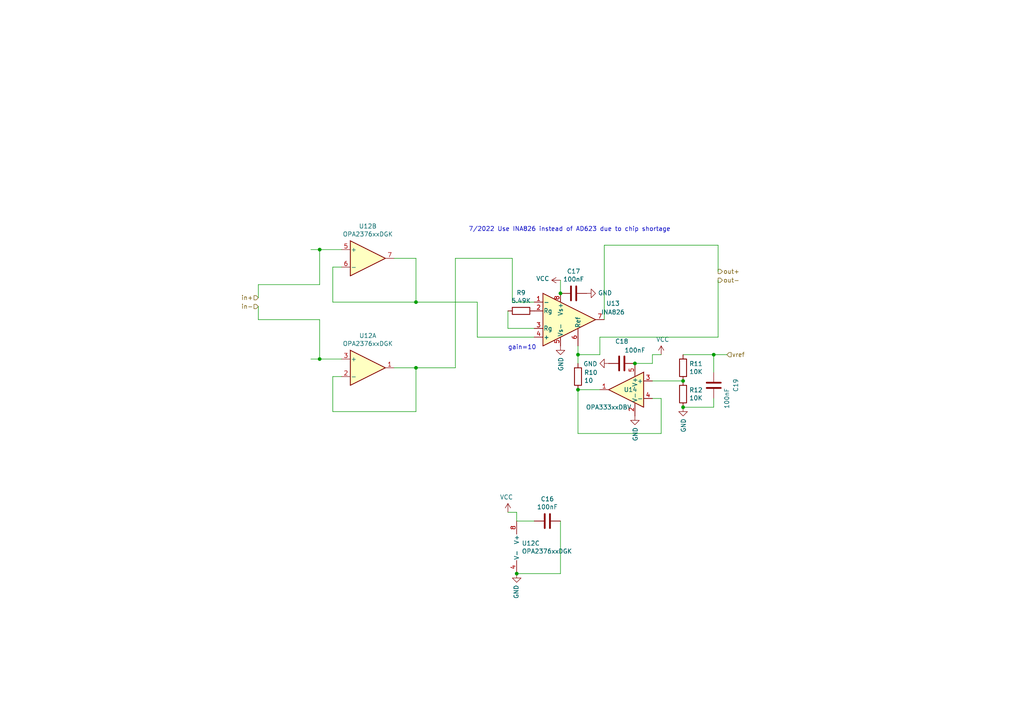
<source format=kicad_sch>
(kicad_sch (version 20211123) (generator eeschema)
  (paper "A4")
  (lib_symbols
    (symbol "0JLC-6:10" (pin_numbers hide) (pin_names (offset 0))
      (property "Reference" "R" (at 2.032 0 90))
      (property "Value" "10" (at 0 0 90))
      (symbol "10_0_1"
        (rectangle (start -1.016 -2.54) (end 1.016 2.54) (stroke (width 0.254)))
      )
      (symbol "10_1_1"
        (pin passive line (at 0 3.81 270) (length 1.27) (name "~") (number "1"))
        (pin passive line (at 0 -3.81 90) (length 1.27) (name "~") (number "2"))
      )
    )
    (symbol "0JLC-6:100" (pin_numbers hide) (pin_names (offset 0))
      (property "Reference" "R" (at 2.032 0 90))
      (property "Value" "100" (at 0 0 90))
      (symbol "100_0_1"
        (rectangle (start -1.016 -2.54) (end 1.016 2.54) (stroke (width 0.254)))
      )
      (symbol "100_1_1"
        (pin passive line (at 0 3.81 270) (length 1.27) (name "~") (number "1"))
        (pin passive line (at 0 -3.81 90) (length 1.27) (name "~") (number "2"))
      )
    )
    (symbol "0JLC-6:100nF" (pin_numbers hide) (pin_names (offset 0.254))
      (property "Reference" "C" (at 0.635 2.54 0))
      (property "Value" "100nF" (at 0.635 -2.54 0))
      (symbol "100nF_0_1"
        (polyline (pts (xy -2.032 -0.762) (xy 2.032 -0.762)) (stroke (width 0.508)))
        (polyline (pts (xy -2.032 0.762) (xy 2.032 0.762)) (stroke (width 0.508)))
      )
      (symbol "100nF_1_1"
        (pin passive line (at 0 3.81 270) (length 2.794) (name "~") (number "1"))
        (pin passive line (at 0 -3.81 90) (length 2.794) (name "~") (number "2"))
      )
    )
    (symbol "0JLC-6:10K" (pin_numbers hide) (pin_names (offset 0))
      (property "Reference" "R" (at 2.032 0 90))
      (property "Value" "10K" (at 0 0 90))
      (symbol "10K_0_1"
        (rectangle (start -1.016 -2.54) (end 1.016 2.54) (stroke (width 0.254)))
      )
      (symbol "10K_1_1"
        (pin passive line (at 0 3.81 270) (length 1.27) (name "~") (number "1"))
        (pin passive line (at 0 -3.81 90) (length 1.27) (name "~") (number "2"))
      )
    )
    (symbol "0lbl_amp:INA826" (pin_names (offset 0.127))
      (property "Reference" "U" (at 3.81 7.62 0))
      (property "Value" "INA826" (at 3.81 5.08 0))
      (symbol "INA826_0_1"
        (polyline (pts (xy -7.62 7.62) (xy -7.62 -7.62) (xy 7.62 0) (xy -7.62 7.62)) (stroke (width 0.254)) (fill (type background)))
      )
      (symbol "INA826_1_1"
        (pin input line (at -10.16 5.08 0) (length 2.54) (name "-") (number "1"))
        (pin passive line (at -10.16 2.54 0) (length 2.54) (name "Rg") (number "2"))
        (pin passive line (at -10.16 -2.54 0) (length 2.54) (name "Rg") (number "3"))
        (pin input line (at -10.16 -5.08 0) (length 2.54) (name "+") (number "4"))
        (pin power_in line (at -2.54 -7.62 90) (length 2.54) (name "Vs-") (number "5"))
        (pin passive line (at 2.54 -7.62 90) (length 5.08) (name "Ref") (number "6"))
        (pin output line (at 10.16 0 180) (length 2.54) (name "~") (number "7"))
        (pin power_in line (at -2.54 7.62 270) (length 2.54) (name "Vs+") (number "8"))
      )
    )
    (symbol "Amplifier_Operational:OPA2376xxDGK" (pin_names (offset 0.127))
      (property "Reference" "U" (at 0 5.08 0))
      (property "Value" "OPA2376xxDGK" (at 0 -5.08 0))
      (symbol "OPA2376xxDGK_1_1"
        (polyline (pts (xy -5.08 5.08) (xy 5.08 0) (xy -5.08 -5.08) (xy -5.08 5.08)) (stroke (width 0.254)) (fill (type background)))
        (pin output line (at 7.62 0 180) (length 2.54) (name "~") (number "1"))
        (pin input line (at -7.62 -2.54 0) (length 2.54) (name "-") (number "2"))
        (pin input line (at -7.62 2.54 0) (length 2.54) (name "+") (number "3"))
      )
      (symbol "OPA2376xxDGK_2_1"
        (polyline (pts (xy -5.08 5.08) (xy 5.08 0) (xy -5.08 -5.08) (xy -5.08 5.08)) (stroke (width 0.254)) (fill (type background)))
        (pin input line (at -7.62 2.54 0) (length 2.54) (name "+") (number "5"))
        (pin input line (at -7.62 -2.54 0) (length 2.54) (name "-") (number "6"))
        (pin output line (at 7.62 0 180) (length 2.54) (name "~") (number "7"))
      )
      (symbol "OPA2376xxDGK_3_1"
        (pin power_in line (at -2.54 -7.62 90) (length 3.81) (name "V-") (number "4"))
        (pin power_in line (at -2.54 7.62 270) (length 3.81) (name "V+") (number "8"))
      )
    )
    (symbol "Amplifier_Operational:OPA333xxDBV" (pin_names (offset 0.127))
      (property "Reference" "U" (at -1.27 6.35 0))
      (property "Value" "OPA333xxDBV" (at -1.27 3.81 0))
      (symbol "OPA333xxDBV_0_1"
        (polyline (pts (xy -5.08 5.08) (xy 5.08 0) (xy -5.08 -5.08) (xy -5.08 5.08)) (stroke (width 0.254)) (fill (type background)))
        (pin power_in line (at -2.54 -7.62 90) (length 3.81) (name "V-") (number "2"))
        (pin power_in line (at -2.54 7.62 270) (length 3.81) (name "V+") (number "5"))
      )
      (symbol "OPA333xxDBV_1_1"
        (pin output line (at 7.62 0 180) (length 2.54) (name "~") (number "1"))
        (pin input line (at -7.62 2.54 0) (length 2.54) (name "+") (number "3"))
        (pin input line (at -7.62 -2.54 0) (length 2.54) (name "-") (number "4"))
      )
    )
    (symbol "power:GND" (power) (pin_names (offset 0))
      (property "Value" "GND" (at 0 -3.81 0))
      (symbol "GND_0_1"
        (polyline (pts (xy 0 0) (xy 0 -1.27) (xy 1.27 -1.27) (xy 0 -2.54) (xy -1.27 -1.27) (xy 0 -1.27)))
      )
      (symbol "GND_1_1"
        (pin power_in line (at 0 0 270) (length 0) hide (name "GND") (number "1"))
      )
    )
    (symbol "power:VCC" (power) (pin_names (offset 0))
      (property "Value" "VCC" (at 0 3.81 0))
      (symbol "VCC_0_1"
        (polyline (pts (xy -0.762 1.27) (xy 0 2.54)))
        (polyline (pts (xy 0 0) (xy 0 2.54)))
        (polyline (pts (xy 0 2.54) (xy 0.762 1.27)))
      )
      (symbol "VCC_1_1"
        (pin power_in line (at 0 0 90) (length 0) hide (name "VCC") (number "1"))
      )
    )
  )
  (junction (at 198.12 110.49))
  (junction (at 207.01 102.87))
  (junction (at 167.64 102.87))
  (junction (at 198.12 118.11))
  (junction (at 162.56 85.09))
  (junction (at 167.64 113.03))
  (junction (at 149.86 166.37))
  (junction (at 184.15 105.41))
  (junction (at 92.71 104.14))
  (junction (at 92.71 72.39))
  (junction (at 120.65 106.68))
  (junction (at 120.65 87.63))
  (wire (pts (xy 74.93 82.55) (xy 92.71 82.55)))
  (wire (pts (xy 138.43 87.63) (xy 138.43 97.79)))
  (wire (pts (xy 189.23 110.49) (xy 198.12 110.49)))
  (wire (pts (xy 120.65 74.93) (xy 114.3 74.93)))
  (wire (pts (xy 92.71 92.71) (xy 92.71 104.14)))
  (wire (pts (xy 120.65 74.93) (xy 120.65 87.63)))
  (wire (pts (xy 173.99 97.79) (xy 208.28 97.79)))
  (wire (pts (xy 175.26 71.12) (xy 208.28 71.12)))
  (wire (pts (xy 184.15 105.41) (xy 189.23 105.41)))
  (wire (pts (xy 96.52 77.47) (xy 99.06 77.47)))
  (wire (pts (xy 92.71 92.71) (xy 74.93 92.71)))
  (wire (pts (xy 120.65 106.68) (xy 132.08 106.68)))
  (wire (pts (xy 96.52 109.22) (xy 99.06 109.22)))
  (wire (pts (xy 99.06 72.39) (xy 92.71 72.39)))
  (wire (pts (xy 120.65 119.38) (xy 96.52 119.38)))
  (wire (pts (xy 167.64 105.41) (xy 167.64 102.87)))
  (wire (pts (xy 162.56 151.13) (xy 162.56 166.37)))
  (wire (pts (xy 96.52 87.63) (xy 96.52 77.47)))
  (wire (pts (xy 191.77 115.57) (xy 189.23 115.57)))
  (wire (pts (xy 162.56 85.09) (xy 162.56 81.28)))
  (wire (pts (xy 207.01 118.11) (xy 198.12 118.11)))
  (wire (pts (xy 207.01 102.87) (xy 210.82 102.87)))
  (wire (pts (xy 148.59 74.93) (xy 148.59 87.63)))
  (wire (pts (xy 132.08 74.93) (xy 148.59 74.93)))
  (wire (pts (xy 162.56 166.37) (xy 149.86 166.37)))
  (wire (pts (xy 120.65 87.63) (xy 138.43 87.63)))
  (wire (pts (xy 208.28 71.12) (xy 208.28 78.74)))
  (wire (pts (xy 207.01 102.87) (xy 207.01 107.95)))
  (wire (pts (xy 154.94 151.13) (xy 149.86 151.13)))
  (wire (pts (xy 132.08 106.68) (xy 132.08 74.93)))
  (wire (pts (xy 148.59 87.63) (xy 154.94 87.63)))
  (wire (pts (xy 167.64 102.87) (xy 167.64 100.33)))
  (wire (pts (xy 207.01 115.57) (xy 207.01 118.11)))
  (wire (pts (xy 175.26 92.71) (xy 175.26 71.12)))
  (wire (pts (xy 120.65 106.68) (xy 114.3 106.68)))
  (wire (pts (xy 189.23 105.41) (xy 189.23 102.87)))
  (wire (pts (xy 92.71 82.55) (xy 92.71 72.39)))
  (wire (pts (xy 167.64 125.73) (xy 191.77 125.73)))
  (wire (pts (xy 92.71 104.14) (xy 90.17 104.14)))
  (wire (pts (xy 173.99 102.87) (xy 167.64 102.87)))
  (wire (pts (xy 92.71 72.39) (xy 90.17 72.39)))
  (wire (pts (xy 154.94 97.79) (xy 138.43 97.79)))
  (wire (pts (xy 74.93 82.55) (xy 74.93 86.36)))
  (wire (pts (xy 147.32 90.17) (xy 147.32 95.25)))
  (wire (pts (xy 120.65 106.68) (xy 120.65 119.38)))
  (wire (pts (xy 74.93 88.9) (xy 74.93 92.71)))
  (wire (pts (xy 96.52 119.38) (xy 96.52 109.22)))
  (wire (pts (xy 167.64 113.03) (xy 167.64 125.73)))
  (wire (pts (xy 120.65 87.63) (xy 96.52 87.63)))
  (wire (pts (xy 173.99 97.79) (xy 173.99 102.87)))
  (wire (pts (xy 198.12 102.87) (xy 207.01 102.87)))
  (wire (pts (xy 208.28 81.28) (xy 208.28 97.79)))
  (wire (pts (xy 191.77 125.73) (xy 191.77 115.57)))
  (wire (pts (xy 149.86 151.13) (xy 149.86 148.59)))
  (wire (pts (xy 147.32 95.25) (xy 154.94 95.25)))
  (wire (pts (xy 99.06 104.14) (xy 92.71 104.14)))
  (wire (pts (xy 189.23 102.87) (xy 191.77 102.87)))
  (wire (pts (xy 149.86 148.59) (xy 147.32 148.59)))
  (wire (pts (xy 167.64 113.03) (xy 173.99 113.03)))
  (text "7/2022 Use INA826 instead of AD623 due to chip shortage" (at 135.89 67.31 0) (effects (font (size 1.27 1.27)) (justify left bottom)))
  (text "gain=10" (at 147.32 101.6 0) (effects (font (size 1.27 1.27)) (justify left bottom)))
  (hierarchical_label "in-" (shape input) (at 74.93 88.9 180))
  (hierarchical_label "out+" (shape output) (at 208.28 78.74 0))
  (hierarchical_label "in+" (shape input) (at 74.93 86.36 180))
  (hierarchical_label "out-" (shape output) (at 208.28 81.28 0))
  (hierarchical_label "vref" (shape input) (at 210.82 102.87 0))
  (symbol (lib_id "0JLC-6:100nF") (at 158.75 151.13 90) (mirror x) (unit 1)
    (property "Reference" "C16" (at 158.75 144.7292 90))
    (property "Value" "100nF" (at 158.75 147.0406 90))
    (property "Footprint" "Capacitor_SMD:C_0603_1608Metric_Pad1.08x0.95mm_HandSolder" (effects hide))
    (property "LCSC" "C14663" (effects hide))
    (property "MPN" "CC0603KRX7R9BB104" (effects hide))
  )
  (symbol (lib_id "power:GND") (at 149.86 166.37 0) (mirror y) (unit 1)
    (property "Reference" "#PWR041" (effects hide))
    (property "Value" "GND" (at 149.733 169.6212 90) (effects (justify right)))
  )
  (symbol (lib_id "power:VCC") (at 147.32 148.59 0) (mirror y) (unit 1)
    (property "Reference" "#PWR040" (effects hide))
    (property "Value" "VCC" (at 146.8882 144.1958 0))
  )
  (symbol (lib_id "0JLC-6:10") (at 167.64 109.22 180) (unit 1)
    (property "Reference" "R10" (at 169.418 108.0516 0) (effects (justify right)))
    (property "Value" "10" (at 169.418 110.363 0) (effects (justify right)))
    (property "Footprint" "Resistor_SMD:R_0603_1608Metric_Pad1.05x0.95mm_HandSolder" (effects hide))
    (property "LCSC" "C22859" (effects hide))
    (property "MPN" "0603WAF100JT5E" (effects hide))
  )
  (symbol (lib_id "power:GND") (at 184.15 120.65 0) (unit 1)
    (property "Reference" "#PWR046" (effects hide))
    (property "Value" "GND" (at 184.277 123.9012 90) (effects (justify right)))
  )
  (symbol (lib_id "power:GND") (at 162.56 100.33 0) (unit 1)
    (property "Reference" "#PWR043" (effects hide))
    (property "Value" "GND" (at 162.687 103.5812 90) (effects (justify right)))
  )
  (symbol (lib_id "0JLC-6:100nF") (at 180.34 105.41 270) (unit 1)
    (property "Reference" "C18" (at 180.34 99.0092 90))
    (property "Value" "100nF" (at 184.15 101.6 90))
    (property "Footprint" "Capacitor_SMD:C_0603_1608Metric_Pad1.08x0.95mm_HandSolder" (effects hide))
    (property "LCSC" "C14663" (effects hide))
    (property "MPN" "CC0603KRX7R9BB104" (effects hide))
  )
  (symbol (lib_id "power:GND") (at 176.53 105.41 270) (unit 1)
    (property "Reference" "#PWR045" (effects hide))
    (property "Value" "GND" (at 173.2788 105.537 90) (effects (justify right)))
  )
  (symbol (lib_id "power:GND") (at 170.18 85.09 90) (unit 1)
    (property "Reference" "#PWR044" (effects hide))
    (property "Value" "GND" (at 173.4312 84.963 90) (effects (justify right)))
  )
  (symbol (lib_id "0JLC-6:100nF") (at 166.37 85.09 270) (unit 1)
    (property "Reference" "C17" (at 166.37 78.6892 90))
    (property "Value" "100nF" (at 166.37 81.0006 90))
    (property "Footprint" "Capacitor_SMD:C_0603_1608Metric_Pad1.08x0.95mm_HandSolder" (effects hide))
    (property "LCSC" "C14663" (effects hide))
    (property "MPN" "CC0603KRX7R9BB104" (effects hide))
  )
  (symbol (lib_id "power:VCC") (at 162.56 81.28 90) (unit 1)
    (property "Reference" "#PWR042" (effects hide))
    (property "Value" "VCC" (at 159.3342 80.8228 90) (effects (justify left)))
  )
  (symbol (lib_id "power:VCC") (at 191.77 102.87 0) (unit 1)
    (property "Reference" "#PWR047" (effects hide))
    (property "Value" "VCC" (at 192.2018 98.4758 0))
  )
  (symbol (lib_id "0JLC-6:10K") (at 198.12 106.68 0) (unit 1)
    (property "Reference" "R11" (at 199.898 105.5116 0) (effects (justify left)))
    (property "Value" "10K" (at 199.898 107.823 0) (effects (justify left)))
    (property "Footprint" "Resistor_SMD:R_0603_1608Metric_Pad1.05x0.95mm_HandSolder" (effects hide))
    (property "LCSC" "C25804" (effects hide))
    (property "MPN" "0603WAF1002T5E" (effects hide))
  )
  (symbol (lib_id "0JLC-6:10K") (at 198.12 114.3 0) (unit 1)
    (property "Reference" "R12" (at 199.898 113.1316 0) (effects (justify left)))
    (property "Value" "10K" (at 199.898 115.443 0) (effects (justify left)))
    (property "Footprint" "Resistor_SMD:R_0603_1608Metric_Pad1.05x0.95mm_HandSolder" (effects hide))
    (property "LCSC" "C25804" (effects hide))
    (property "MPN" "0603WAF1002T5E" (effects hide))
  )
  (symbol (lib_id "power:GND") (at 198.12 118.11 0) (unit 1)
    (property "Reference" "#PWR048" (effects hide))
    (property "Value" "GND" (at 198.247 121.3612 90) (effects (justify right)))
  )
  (symbol (lib_id "0JLC-6:100") (at 151.13 90.17 270) (unit 1)
    (property "Reference" "R9" (at 151.13 84.9122 90))
    (property "Value" "5.49K" (at 151.13 87.2236 90))
    (property "Footprint" "Resistor_SMD:R_0603_1608Metric_Pad1.05x0.95mm_HandSolder" (effects hide))
    (property "LCSC" "C23069" (effects hide))
    (property "MPN" "0603WAF5491T5E" (effects hide))
  )
  (symbol (lib_id "Amplifier_Operational:OPA2376xxDGK") (at 106.68 106.68 0) (unit 1)
    (property "Reference" "U12" (at 106.68 97.3582 0))
    (property "Value" "OPA2376xxDGK" (at 106.68 99.6696 0))
    (property "Footprint" "Package_SO:SOIC-8_3.9x4.9mm_P1.27mm" (effects hide))
    (property "Datasheet" "http://www.ti.com/lit/ds/symlink/opa333.pdf" (effects hide))
    (property "LCSC" "C46316" (effects hide))
    (property "MPN" "OPA2376AIDR" (effects hide))
  )
  (symbol (lib_id "Amplifier_Operational:OPA2376xxDGK") (at 106.68 74.93 0) (unit 2)
    (property "Reference" "U12" (at 106.68 65.6082 0))
    (property "Value" "OPA2376xxDGK" (at 106.68 67.9196 0))
    (property "Footprint" "Package_SO:SOIC-8_3.9x4.9mm_P1.27mm" (effects hide))
    (property "Datasheet" "http://www.ti.com/lit/ds/symlink/opa333.pdf" (effects hide))
    (property "LCSC" "C46316" (effects hide))
    (property "MPN" "OPA2376AIDR" (effects hide))
  )
  (symbol (lib_id "Amplifier_Operational:OPA2376xxDGK") (at 152.4 158.75 0) (unit 3)
    (property "Reference" "U12" (at 151.3332 157.5816 0) (effects (justify left)))
    (property "Value" "OPA2376xxDGK" (at 151.3332 159.893 0) (effects (justify left)))
    (property "Footprint" "Package_SO:SOIC-8_3.9x4.9mm_P1.27mm" (effects hide))
    (property "Datasheet" "http://www.ti.com/lit/ds/symlink/opa333.pdf" (effects hide))
    (property "LCSC" "C46316" (effects hide))
    (property "MPN" "OPA2376AIDR" (effects hide))
  )
  (symbol (lib_id "Amplifier_Operational:OPA333xxDBV") (at 181.61 113.03 0) (mirror y) (unit 1)
    (property "Reference" "U14" (at 182.88 113.03 0))
    (property "Value" "OPA333xxDBV" (at 176.53 118.11 0))
    (property "Footprint" "Package_TO_SOT_SMD:SOT-23-5" (effects hide))
    (property "Datasheet" "http://www.ti.com/lit/ds/symlink/opa333.pdf" (effects hide))
    (property "LCSC" "C30878" (effects hide))
    (property "MPN" "OPA333AIDBVR" (effects hide))
  )
  (symbol (lib_id "0lbl_amp:INA826") (at 165.1 92.71 0) (unit 1)
    (property "Reference" "U13" (at 177.8 88.011 0))
    (property "Value" "INA826" (at 177.8 90.551 0))
    (property "Footprint" "Package_SO:SOIC-8_3.9x4.9mm_P1.27mm" (effects hide))
    (property "Datasheet" "https://www.ti.com/lit/ds/symlink/ina826.pdf" (effects hide))
    (property "LCSC" "C38433" (effects hide))
    (property "MPN" "INA826AIDR" (effects hide))
  )
  (symbol (lib_id "0JLC-6:100nF") (at 207.01 111.76 180) (unit 1)
    (property "Reference" "C19" (at 213.4108 111.76 90))
    (property "Value" "100nF" (at 210.82 115.57 90))
    (property "Footprint" "Capacitor_SMD:C_0603_1608Metric_Pad1.08x0.95mm_HandSolder" (effects hide))
    (property "LCSC" "C14663" (effects hide))
    (property "MPN" "CC0603KRX7R9BB104" (effects hide))
  )
)
</source>
